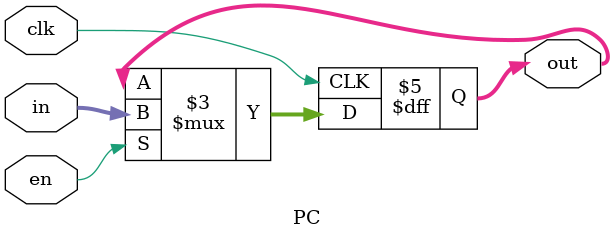
<source format=v>

module PC(input [31:0] in, input clk , en , output reg [31:0]out = 32'b0);
	
    always @(posedge clk) begin
	if(en)
            out <= in;
    end
endmodule



</source>
